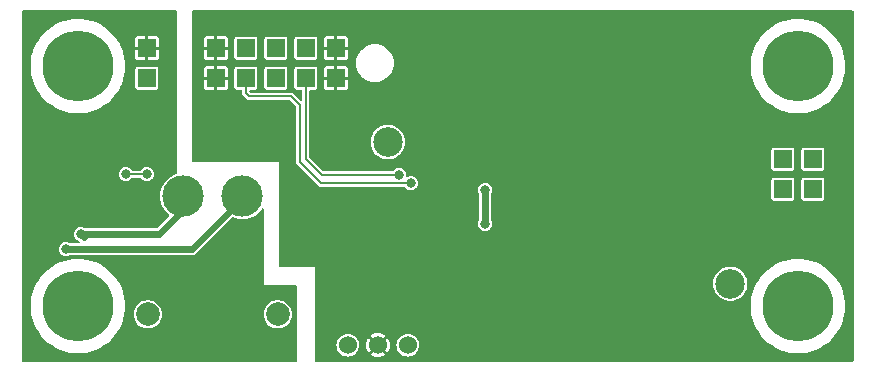
<source format=gbr>
%TF.GenerationSoftware,KiCad,Pcbnew,7.0.5.1-1-g8f565ef7f0-dirty-deb11*%
%TF.CreationDate,2023-07-21T03:29:24+00:00*%
%TF.ProjectId,VCAI2C02,56434149-3243-4303-922e-6b696361645f,rev?*%
%TF.SameCoordinates,Original*%
%TF.FileFunction,Copper,L1,Top*%
%TF.FilePolarity,Positive*%
%FSLAX46Y46*%
G04 Gerber Fmt 4.6, Leading zero omitted, Abs format (unit mm)*
G04 Created by KiCad (PCBNEW 7.0.5.1-1-g8f565ef7f0-dirty-deb11) date 2023-07-21 03:29:24*
%MOMM*%
%LPD*%
G01*
G04 APERTURE LIST*
%TA.AperFunction,ComponentPad*%
%ADD10R,1.524000X1.524000*%
%TD*%
%TA.AperFunction,ComponentPad*%
%ADD11C,6.000000*%
%TD*%
%TA.AperFunction,ComponentPad*%
%ADD12C,1.524000*%
%TD*%
%TA.AperFunction,ComponentPad*%
%ADD13C,2.500000*%
%TD*%
%TA.AperFunction,ComponentPad*%
%ADD14C,3.500000*%
%TD*%
%TA.AperFunction,ComponentPad*%
%ADD15C,2.000000*%
%TD*%
%TA.AperFunction,ViaPad*%
%ADD16C,0.800000*%
%TD*%
%TA.AperFunction,Conductor*%
%ADD17C,0.200000*%
%TD*%
%TA.AperFunction,Conductor*%
%ADD18C,0.600000*%
%TD*%
G04 APERTURE END LIST*
D10*
%TO.P,J4,1*%
%TO.N,GNDD*%
X11684000Y-1016000D03*
%TO.P,J4,2*%
X11684000Y1524000D03*
%TO.P,J4,3*%
%TO.N,/SDA*%
X14224000Y-1016000D03*
%TO.P,J4,4*%
X14224000Y1524000D03*
%TO.P,J4,5*%
%TO.N,VCC*%
X16764000Y-1016000D03*
%TO.P,J4,6*%
X16764000Y1524000D03*
%TO.P,J4,7*%
%TO.N,/SCL*%
X19304000Y-1016000D03*
%TO.P,J4,8*%
X19304000Y1524000D03*
%TO.P,J4,9*%
%TO.N,GNDD*%
X21844000Y-1016000D03*
%TO.P,J4,10*%
X21844000Y1524000D03*
%TD*%
%TO.P,J5,1*%
%TO.N,Net-(D1-Pad1)*%
X5842000Y-1016000D03*
%TO.P,J5,2*%
%TO.N,GNDPWR*%
X5842000Y1524000D03*
%TD*%
%TO.P,J6,1*%
%TO.N,Net-(J6-Pad1)*%
X59690000Y-10414000D03*
%TO.P,J6,2*%
%TO.N,+5V*%
X59690000Y-7874000D03*
%TO.P,J6,3*%
%TO.N,Net-(J6-Pad3)*%
X62230000Y-10414000D03*
%TO.P,J6,4*%
%TO.N,+5V*%
X62230000Y-7874000D03*
%TD*%
D11*
%TO.P,MH1,1*%
%TO.N,N/C*%
X60960000Y0D03*
%TD*%
%TO.P,MH2,1*%
%TO.N,N/C*%
X0Y-20320000D03*
%TD*%
%TO.P,MH3,1*%
%TO.N,N/C*%
X60960000Y-20320000D03*
%TD*%
%TO.P,MH4,1*%
%TO.N,N/C*%
X0Y0D03*
%TD*%
D12*
%TO.P,TR1,1*%
%TO.N,/Vout*%
X22860000Y-23622000D03*
%TO.P,TR1,2*%
%TO.N,GNDD*%
X25400000Y-23622000D03*
%TO.P,TR1,3*%
%TO.N,+5V*%
X27940000Y-23622000D03*
D13*
%TO.P,TR1,MP*%
%TO.N,N/C*%
X26240000Y-6422000D03*
X55240000Y-18422000D03*
%TD*%
D14*
%TO.P,J1,1*%
%TO.N,Net-(D3-Pad3)*%
X13930000Y-11002000D03*
%TO.P,J1,2*%
%TO.N,Net-(D3-Pad4)*%
X8930000Y-11002000D03*
D15*
%TO.P,J1,MP*%
%TO.N,N/C*%
X16930000Y-21002000D03*
X5930000Y-21002000D03*
%TD*%
D16*
%TO.N,GNDPWR*%
X-4064000Y-18288000D03*
X-4064000Y-13208000D03*
X9906000Y-18034000D03*
X-4064000Y-2286000D03*
X-4064000Y-7366000D03*
X9905994Y-21590000D03*
X17780000Y-19050000D03*
X7366000Y-24384002D03*
X2540000Y-24384000D03*
X17526000Y-24384000D03*
X7874000Y-6D03*
X13970000Y-18034000D03*
X-4064000Y-24384000D03*
X-4064000Y4064000D03*
X2032000Y4064000D03*
X12446000Y-24384000D03*
X13970000Y-21590000D03*
X7874000Y-4064004D03*
X7874000Y-8636000D03*
%TO.N,GNDD*%
X65024000Y-2540000D03*
X65024000Y-13208000D03*
X18034000Y-10668000D03*
X65024000Y4064000D03*
X20828000Y-19050000D03*
X20828000Y4064000D03*
X34290000Y4064000D03*
X50038000Y4125990D03*
X29464000Y-24446000D03*
X20828000Y-24384000D03*
X18033994Y-16256000D03*
X10160000Y0D03*
X65024000Y-7620000D03*
X41910004Y4064000D03*
X41910000Y-24445988D03*
X65024000Y-24446000D03*
X34798000Y-24446000D03*
X10160000Y4064000D03*
X57404000Y-24446000D03*
X10155119Y-4317061D03*
X10144298Y-7366000D03*
X12954000Y4064000D03*
X27686000Y4064000D03*
X65086000Y-18288000D03*
X50038000Y-24384000D03*
X57403994Y4064000D03*
X20828000Y-16256000D03*
%TO.N,+5V*%
X34480500Y-10468000D03*
X34480500Y-13335000D03*
%TO.N,Net-(D3-Pad3)*%
X-1016000Y-15494000D03*
%TO.N,Net-(D3-Pad4)*%
X254000Y-14224000D03*
%TO.N,/SDA*%
X28194000Y-9906000D03*
%TO.N,/SCL*%
X27178000Y-9205990D03*
%TO.N,/REFout2*%
X4064000Y-9144000D03*
X5842000Y-9144000D03*
%TD*%
D17*
%TO.N,GNDPWR*%
X-4064000Y-7619996D02*
X-4064004Y-7620000D01*
X5842000Y1524000D02*
X5842000Y3556000D01*
X14986000Y-19050000D02*
X14369999Y-18433999D01*
X13970000Y-21590000D02*
X9905994Y-21590000D01*
X-4064000Y-2286000D02*
X-4064000Y-7619996D01*
X-4318000Y-18542000D02*
X-4064000Y-18288000D01*
X-4318000Y-24130000D02*
X-4318000Y-18542000D01*
X14369999Y-18433999D02*
X13970000Y-18034000D01*
X7874000Y-8636000D02*
X7874000Y-4064004D01*
X6604000Y-24384000D02*
X7365998Y-24384000D01*
X5842000Y1524000D02*
X7366000Y1524000D01*
X17526000Y-19050000D02*
X14986000Y-19050000D01*
X7874000Y1016000D02*
X7874000Y-6D01*
X-4064000Y-24384000D02*
X-4318000Y-24130000D01*
X2032000Y4318000D02*
X2286000Y4064000D01*
X17780000Y-19304000D02*
X17526000Y-19050000D01*
X-4064000Y4064000D02*
X-3810000Y4318000D01*
X2540000Y-24384000D02*
X6604000Y-24384000D01*
X17526000Y-24384000D02*
X12446000Y-24384000D01*
X7365998Y-24384000D02*
X7366000Y-24384002D01*
X5334000Y4064000D02*
X2032000Y4064000D01*
X-3810000Y4318000D02*
X2032000Y4318000D01*
X5842000Y3556000D02*
X5334000Y4064000D01*
X7366000Y1524000D02*
X7874000Y1016000D01*
%TO.N,GNDD*%
X65024000Y-18226000D02*
X65086000Y-18288000D01*
X65024000Y-2540000D02*
X65024000Y-7620000D01*
X10144298Y-7366000D02*
X10144298Y-4327882D01*
X64770000Y4318000D02*
X57657994Y4318000D01*
X27686000Y4064000D02*
X34290000Y4064000D01*
X65024000Y-13208000D02*
X65024000Y-18226000D01*
X65024000Y-24446000D02*
X57404000Y-24446000D01*
X18034000Y-16002000D02*
X18034000Y-16255994D01*
X50038000Y-24384000D02*
X42672000Y-24384000D01*
X57657994Y4318000D02*
X57403994Y4064000D01*
X41971988Y-24384000D02*
X41910000Y-24445988D01*
X10144298Y-4327882D02*
X10155119Y-4317061D01*
X20828000Y-16256000D02*
X20828000Y-19304000D01*
X41971994Y4125990D02*
X41910004Y4064000D01*
X65024000Y4064000D02*
X64770000Y4318000D01*
X10160000Y0D02*
X10160000Y4064000D01*
X34798000Y-24446000D02*
X29464000Y-24446000D01*
X18034000Y-16255994D02*
X18033994Y-16256000D01*
X50038000Y4125990D02*
X41971994Y4125990D01*
X42672000Y-24384000D02*
X41971988Y-24384000D01*
X12954000Y4064000D02*
X20574000Y4064000D01*
X18034000Y-10668000D02*
X18034000Y-16002000D01*
D18*
%TO.N,+5V*%
X34480500Y-13335000D02*
X34480500Y-10468000D01*
%TO.N,Net-(D3-Pad3)*%
X13970000Y-11176000D02*
X13970000Y-11042000D01*
X-1016000Y-15494000D02*
X9652000Y-15494000D01*
X9652000Y-15494000D02*
X13970000Y-11176000D01*
X13970000Y-11042000D02*
X13930000Y-11002000D01*
%TO.N,Net-(D3-Pad4)*%
X6858000Y-14224000D02*
X6350000Y-14224000D01*
X8930000Y-11002000D02*
X8930000Y-12152000D01*
X6350000Y-14224000D02*
X254000Y-14224000D01*
X508000Y-14478000D02*
X254000Y-14224000D01*
X8930000Y-12152000D02*
X6858000Y-14224000D01*
D17*
%TO.N,/SDA*%
X18796000Y-3302000D02*
X18034000Y-2540000D01*
X18034000Y-2540000D02*
X14478000Y-2540000D01*
X20574000Y-9906000D02*
X18796000Y-8128000D01*
X18796000Y-8128000D02*
X18796000Y-3302000D01*
X14224000Y-2286000D02*
X14224000Y-1016000D01*
X14478000Y-2540000D02*
X14224000Y-2286000D01*
X28194000Y-9906000D02*
X20574000Y-9906000D01*
%TO.N,/SCL*%
X19304000Y-1016000D02*
X19304000Y-7874000D01*
X20635990Y-9205990D02*
X27116010Y-9205990D01*
X19304000Y-7874000D02*
X20635990Y-9205990D01*
X27116010Y-9205990D02*
X27178000Y-9144000D01*
%TO.N,/REFout2*%
X4064000Y-9144000D02*
X5842000Y-9144000D01*
%TD*%
%TA.AperFunction,Conductor*%
%TO.N,GNDD*%
G36*
X65644691Y4706593D02*
G01*
X65680655Y4657093D01*
X65685500Y4626500D01*
X65685500Y-24946500D01*
X65666593Y-25004691D01*
X65617093Y-25040655D01*
X65586500Y-25045500D01*
X20165000Y-25045500D01*
X20106809Y-25026593D01*
X20070845Y-24977093D01*
X20066000Y-24946500D01*
X20066000Y-23622003D01*
X21892843Y-23622003D01*
X21911425Y-23810678D01*
X21911426Y-23810683D01*
X21966463Y-23992115D01*
X21966465Y-23992120D01*
X22014058Y-24081159D01*
X22055838Y-24159324D01*
X22055840Y-24159326D01*
X22055841Y-24159328D01*
X22111574Y-24227238D01*
X22176117Y-24305883D01*
X22322676Y-24426162D01*
X22489885Y-24515537D01*
X22616279Y-24553877D01*
X22671316Y-24570573D01*
X22671321Y-24570574D01*
X22859997Y-24589157D01*
X22860000Y-24589157D01*
X22860003Y-24589157D01*
X23048678Y-24570574D01*
X23048683Y-24570573D01*
X23066389Y-24565202D01*
X23230115Y-24515537D01*
X23397324Y-24426162D01*
X23543883Y-24305883D01*
X23664162Y-24159324D01*
X23753537Y-23992115D01*
X23808573Y-23810683D01*
X23808574Y-23810678D01*
X23827157Y-23622003D01*
X24379084Y-23622003D01*
X24398699Y-23821166D01*
X24398700Y-23821171D01*
X24456797Y-24012688D01*
X24456799Y-24012693D01*
X24551137Y-24189188D01*
X24551138Y-24189190D01*
X24597144Y-24245248D01*
X25041976Y-23800415D01*
X25072359Y-23860045D01*
X25161955Y-23949641D01*
X25221581Y-23980022D01*
X24776750Y-24424854D01*
X24832809Y-24470861D01*
X24832811Y-24470862D01*
X25009306Y-24565200D01*
X25009311Y-24565202D01*
X25200828Y-24623299D01*
X25200833Y-24623300D01*
X25399997Y-24642916D01*
X25400003Y-24642916D01*
X25599166Y-24623300D01*
X25599171Y-24623299D01*
X25790688Y-24565202D01*
X25790693Y-24565200D01*
X25967184Y-24470865D01*
X25967190Y-24470861D01*
X26023248Y-24424854D01*
X25578417Y-23980023D01*
X25638045Y-23949641D01*
X25727641Y-23860045D01*
X25758023Y-23800417D01*
X26202854Y-24245248D01*
X26248861Y-24189190D01*
X26248865Y-24189184D01*
X26343200Y-24012693D01*
X26343202Y-24012688D01*
X26401299Y-23821171D01*
X26401300Y-23821166D01*
X26420916Y-23622003D01*
X26972843Y-23622003D01*
X26991425Y-23810678D01*
X26991426Y-23810683D01*
X27046463Y-23992115D01*
X27046465Y-23992120D01*
X27094058Y-24081159D01*
X27135838Y-24159324D01*
X27135840Y-24159326D01*
X27135841Y-24159328D01*
X27191574Y-24227238D01*
X27256117Y-24305883D01*
X27402676Y-24426162D01*
X27569885Y-24515537D01*
X27696279Y-24553877D01*
X27751316Y-24570573D01*
X27751321Y-24570574D01*
X27939997Y-24589157D01*
X27940000Y-24589157D01*
X27940003Y-24589157D01*
X28128678Y-24570574D01*
X28128683Y-24570573D01*
X28146389Y-24565202D01*
X28310115Y-24515537D01*
X28477324Y-24426162D01*
X28623883Y-24305883D01*
X28744162Y-24159324D01*
X28833537Y-23992115D01*
X28888573Y-23810683D01*
X28888574Y-23810678D01*
X28907157Y-23622003D01*
X28907157Y-23621996D01*
X28888574Y-23433321D01*
X28888573Y-23433316D01*
X28846421Y-23294359D01*
X28833537Y-23251885D01*
X28744162Y-23084676D01*
X28719655Y-23054815D01*
X28623886Y-22938121D01*
X28623883Y-22938117D01*
X28529857Y-22860951D01*
X28477328Y-22817841D01*
X28477326Y-22817840D01*
X28477324Y-22817838D01*
X28393702Y-22773141D01*
X28310120Y-22728465D01*
X28310115Y-22728463D01*
X28128683Y-22673426D01*
X28128678Y-22673425D01*
X27940003Y-22654843D01*
X27939997Y-22654843D01*
X27751321Y-22673425D01*
X27751316Y-22673426D01*
X27569884Y-22728463D01*
X27569879Y-22728465D01*
X27402681Y-22817835D01*
X27402671Y-22817841D01*
X27256121Y-22938113D01*
X27256113Y-22938121D01*
X27135841Y-23084671D01*
X27135835Y-23084681D01*
X27046465Y-23251879D01*
X27046463Y-23251884D01*
X26991426Y-23433316D01*
X26991425Y-23433321D01*
X26972843Y-23621996D01*
X26972843Y-23622003D01*
X26420916Y-23622003D01*
X26420916Y-23621996D01*
X26401300Y-23422833D01*
X26401299Y-23422828D01*
X26343202Y-23231311D01*
X26343200Y-23231306D01*
X26248862Y-23054811D01*
X26248861Y-23054809D01*
X26202854Y-22998750D01*
X25758022Y-23443581D01*
X25727641Y-23383955D01*
X25638045Y-23294359D01*
X25578415Y-23263976D01*
X26023248Y-22819144D01*
X26023249Y-22819144D01*
X25967190Y-22773138D01*
X25967188Y-22773137D01*
X25790693Y-22678799D01*
X25790688Y-22678797D01*
X25599171Y-22620700D01*
X25599166Y-22620699D01*
X25400003Y-22601084D01*
X25399997Y-22601084D01*
X25200833Y-22620699D01*
X25200828Y-22620700D01*
X25009311Y-22678797D01*
X25009306Y-22678799D01*
X24832815Y-22773135D01*
X24832805Y-22773141D01*
X24776750Y-22819144D01*
X25221582Y-23263976D01*
X25161955Y-23294359D01*
X25072359Y-23383955D01*
X25041976Y-23443582D01*
X24597144Y-22998750D01*
X24551141Y-23054805D01*
X24551135Y-23054815D01*
X24456799Y-23231306D01*
X24456797Y-23231311D01*
X24398700Y-23422828D01*
X24398699Y-23422833D01*
X24379084Y-23621996D01*
X24379084Y-23622003D01*
X23827157Y-23622003D01*
X23827157Y-23621996D01*
X23808574Y-23433321D01*
X23808573Y-23433316D01*
X23766421Y-23294359D01*
X23753537Y-23251885D01*
X23664162Y-23084676D01*
X23639655Y-23054815D01*
X23543886Y-22938121D01*
X23543883Y-22938117D01*
X23449857Y-22860951D01*
X23397328Y-22817841D01*
X23397326Y-22817840D01*
X23397324Y-22817838D01*
X23313702Y-22773141D01*
X23230120Y-22728465D01*
X23230115Y-22728463D01*
X23048683Y-22673426D01*
X23048678Y-22673425D01*
X22860003Y-22654843D01*
X22859997Y-22654843D01*
X22671321Y-22673425D01*
X22671316Y-22673426D01*
X22489884Y-22728463D01*
X22489879Y-22728465D01*
X22322681Y-22817835D01*
X22322671Y-22817841D01*
X22176121Y-22938113D01*
X22176113Y-22938121D01*
X22055841Y-23084671D01*
X22055835Y-23084681D01*
X21966465Y-23251879D01*
X21966463Y-23251884D01*
X21911426Y-23433316D01*
X21911425Y-23433321D01*
X21892843Y-23621996D01*
X21892843Y-23622003D01*
X20066000Y-23622003D01*
X20066000Y-20320000D01*
X56954675Y-20320000D01*
X56973962Y-20712591D01*
X56973962Y-20712596D01*
X56973963Y-20712601D01*
X56973963Y-20712604D01*
X57031635Y-21101399D01*
X57031635Y-21101400D01*
X57127141Y-21482681D01*
X57259561Y-21852768D01*
X57259565Y-21852779D01*
X57427621Y-22208103D01*
X57629687Y-22545229D01*
X57629692Y-22545236D01*
X57629694Y-22545239D01*
X57832836Y-22819144D01*
X57863843Y-22860952D01*
X57863849Y-22860959D01*
X58039546Y-23054811D01*
X58127808Y-23152192D01*
X58127818Y-23152201D01*
X58127822Y-23152205D01*
X58419040Y-23416150D01*
X58419049Y-23416158D01*
X58734761Y-23650306D01*
X58734765Y-23650308D01*
X58734770Y-23650312D01*
X59071896Y-23852378D01*
X59277541Y-23949641D01*
X59427228Y-24020438D01*
X59719803Y-24125122D01*
X59797318Y-24152858D01*
X60178599Y-24248364D01*
X60335183Y-24271590D01*
X60567409Y-24306038D01*
X60960000Y-24325325D01*
X61352591Y-24306038D01*
X61741400Y-24248364D01*
X62122681Y-24152858D01*
X62122684Y-24152857D01*
X62492772Y-24020438D01*
X62848097Y-23852381D01*
X62848098Y-23852380D01*
X62848103Y-23852378D01*
X63185229Y-23650312D01*
X63185229Y-23650311D01*
X63185239Y-23650306D01*
X63500951Y-23416158D01*
X63792192Y-23152192D01*
X64056158Y-22860951D01*
X64290306Y-22545239D01*
X64290312Y-22545229D01*
X64492378Y-22208103D01*
X64607772Y-21964124D01*
X64660438Y-21852772D01*
X64792857Y-21482684D01*
X64888364Y-21101400D01*
X64946038Y-20712591D01*
X64965325Y-20320000D01*
X64946038Y-19927409D01*
X64888364Y-19538600D01*
X64888364Y-19538599D01*
X64792858Y-19157318D01*
X64754459Y-19050000D01*
X64660438Y-18787228D01*
X64508014Y-18464956D01*
X64492378Y-18431896D01*
X64290312Y-18094770D01*
X64290308Y-18094765D01*
X64290306Y-18094761D01*
X64056158Y-17779049D01*
X63792192Y-17487808D01*
X63500951Y-17223842D01*
X63185239Y-16989694D01*
X63185236Y-16989692D01*
X63185229Y-16989687D01*
X62848103Y-16787621D01*
X62492779Y-16619565D01*
X62492776Y-16619563D01*
X62492772Y-16619562D01*
X62375234Y-16577506D01*
X62122681Y-16487141D01*
X61741400Y-16391635D01*
X61352602Y-16333963D01*
X61352595Y-16333962D01*
X61352591Y-16333962D01*
X60960000Y-16314675D01*
X60567409Y-16333962D01*
X60567404Y-16333962D01*
X60567398Y-16333963D01*
X60567395Y-16333963D01*
X60178600Y-16391635D01*
X60178599Y-16391635D01*
X59797318Y-16487141D01*
X59427231Y-16619561D01*
X59427220Y-16619565D01*
X59071896Y-16787621D01*
X58734770Y-16989687D01*
X58419047Y-17223843D01*
X58419040Y-17223849D01*
X58127822Y-17487794D01*
X58127794Y-17487822D01*
X57863849Y-17779040D01*
X57863843Y-17779047D01*
X57629687Y-18094770D01*
X57427621Y-18431896D01*
X57259565Y-18787220D01*
X57259561Y-18787231D01*
X57127141Y-19157318D01*
X57031635Y-19538599D01*
X57031635Y-19538600D01*
X56973963Y-19927395D01*
X56973963Y-19927398D01*
X56973962Y-19927404D01*
X56973962Y-19927409D01*
X56954675Y-20320000D01*
X20066000Y-20320000D01*
X20066000Y-18422000D01*
X53784529Y-18422000D01*
X53804379Y-18661561D01*
X53804379Y-18661562D01*
X53863047Y-18893238D01*
X53863390Y-18894591D01*
X53914520Y-19011157D01*
X53959950Y-19114727D01*
X53959953Y-19114732D01*
X54091425Y-19315964D01*
X54091427Y-19315966D01*
X54091429Y-19315969D01*
X54254236Y-19492825D01*
X54443933Y-19640472D01*
X54655344Y-19754882D01*
X54882703Y-19832934D01*
X55119808Y-19872500D01*
X55360192Y-19872500D01*
X55597297Y-19832934D01*
X55824656Y-19754882D01*
X56036067Y-19640472D01*
X56225764Y-19492825D01*
X56388571Y-19315969D01*
X56520049Y-19114728D01*
X56616610Y-18894591D01*
X56675620Y-18661563D01*
X56695471Y-18422000D01*
X56675620Y-18182437D01*
X56616610Y-17949409D01*
X56520049Y-17729272D01*
X56388571Y-17528031D01*
X56225764Y-17351175D01*
X56177811Y-17313851D01*
X56036070Y-17203530D01*
X56036067Y-17203528D01*
X55824659Y-17089119D01*
X55807796Y-17083330D01*
X55597297Y-17011066D01*
X55597294Y-17011065D01*
X55597293Y-17011065D01*
X55360192Y-16971500D01*
X55119808Y-16971500D01*
X54882706Y-17011065D01*
X54655340Y-17089119D01*
X54443932Y-17203528D01*
X54443929Y-17203530D01*
X54254239Y-17351172D01*
X54091425Y-17528035D01*
X53959953Y-17729267D01*
X53959950Y-17729272D01*
X53863388Y-17949414D01*
X53804379Y-18182437D01*
X53804379Y-18182438D01*
X53784529Y-18422000D01*
X20066000Y-18422000D01*
X20066000Y-17018001D01*
X20066000Y-17018000D01*
X20065999Y-17018000D01*
X17117000Y-17018000D01*
X17058809Y-16999093D01*
X17022845Y-16949593D01*
X17018000Y-16919000D01*
X17018000Y-13335000D01*
X33874818Y-13335000D01*
X33895455Y-13491758D01*
X33895457Y-13491766D01*
X33955962Y-13637838D01*
X33955962Y-13637839D01*
X33955964Y-13637841D01*
X34052218Y-13763282D01*
X34177659Y-13859536D01*
X34323738Y-13920044D01*
X34441309Y-13935522D01*
X34480499Y-13940682D01*
X34480500Y-13940682D01*
X34480501Y-13940682D01*
X34511852Y-13936554D01*
X34637262Y-13920044D01*
X34783341Y-13859536D01*
X34908782Y-13763282D01*
X35005036Y-13637841D01*
X35065544Y-13491762D01*
X35086182Y-13335000D01*
X35065544Y-13178238D01*
X35005036Y-13032159D01*
X35005034Y-13032154D01*
X35001455Y-13027490D01*
X34981034Y-12969814D01*
X34981000Y-12967227D01*
X34981000Y-11195746D01*
X58727500Y-11195746D01*
X58727501Y-11195758D01*
X58739132Y-11254227D01*
X58739133Y-11254231D01*
X58783448Y-11320552D01*
X58849769Y-11364867D01*
X58894231Y-11373711D01*
X58908241Y-11376498D01*
X58908246Y-11376498D01*
X58908252Y-11376500D01*
X58908253Y-11376500D01*
X60471747Y-11376500D01*
X60471748Y-11376500D01*
X60530231Y-11364867D01*
X60596552Y-11320552D01*
X60640867Y-11254231D01*
X60652500Y-11195748D01*
X60652500Y-11195746D01*
X61267500Y-11195746D01*
X61267501Y-11195758D01*
X61279132Y-11254227D01*
X61279133Y-11254231D01*
X61323448Y-11320552D01*
X61389769Y-11364867D01*
X61434231Y-11373711D01*
X61448241Y-11376498D01*
X61448246Y-11376498D01*
X61448252Y-11376500D01*
X61448253Y-11376500D01*
X63011747Y-11376500D01*
X63011748Y-11376500D01*
X63070231Y-11364867D01*
X63136552Y-11320552D01*
X63180867Y-11254231D01*
X63192500Y-11195748D01*
X63192500Y-9632252D01*
X63180867Y-9573769D01*
X63136552Y-9507448D01*
X63136548Y-9507445D01*
X63070233Y-9463134D01*
X63070231Y-9463133D01*
X63070228Y-9463132D01*
X63070227Y-9463132D01*
X63011758Y-9451501D01*
X63011748Y-9451500D01*
X61448252Y-9451500D01*
X61448251Y-9451500D01*
X61448241Y-9451501D01*
X61389772Y-9463132D01*
X61389766Y-9463134D01*
X61323451Y-9507445D01*
X61323445Y-9507451D01*
X61279134Y-9573766D01*
X61279132Y-9573772D01*
X61267501Y-9632241D01*
X61267500Y-9632253D01*
X61267500Y-11195746D01*
X60652500Y-11195746D01*
X60652500Y-9632252D01*
X60640867Y-9573769D01*
X60596552Y-9507448D01*
X60596548Y-9507445D01*
X60530233Y-9463134D01*
X60530231Y-9463133D01*
X60530228Y-9463132D01*
X60530227Y-9463132D01*
X60471758Y-9451501D01*
X60471748Y-9451500D01*
X58908252Y-9451500D01*
X58908251Y-9451500D01*
X58908241Y-9451501D01*
X58849772Y-9463132D01*
X58849766Y-9463134D01*
X58783451Y-9507445D01*
X58783445Y-9507451D01*
X58739134Y-9573766D01*
X58739132Y-9573772D01*
X58727501Y-9632241D01*
X58727500Y-9632253D01*
X58727500Y-11195746D01*
X34981000Y-11195746D01*
X34981000Y-10835771D01*
X34999907Y-10777580D01*
X35001460Y-10775501D01*
X35005036Y-10770841D01*
X35065544Y-10624762D01*
X35086182Y-10468000D01*
X35065544Y-10311238D01*
X35024181Y-10211378D01*
X35005037Y-10165161D01*
X35005037Y-10165160D01*
X34908786Y-10039723D01*
X34908785Y-10039722D01*
X34908782Y-10039718D01*
X34908777Y-10039714D01*
X34908776Y-10039713D01*
X34783338Y-9943462D01*
X34637266Y-9882957D01*
X34637258Y-9882955D01*
X34480501Y-9862318D01*
X34480499Y-9862318D01*
X34323741Y-9882955D01*
X34323733Y-9882957D01*
X34177661Y-9943462D01*
X34177660Y-9943462D01*
X34052223Y-10039713D01*
X34052213Y-10039723D01*
X33955962Y-10165160D01*
X33955962Y-10165161D01*
X33895457Y-10311233D01*
X33895455Y-10311241D01*
X33874818Y-10467999D01*
X33874818Y-10468000D01*
X33895455Y-10624758D01*
X33895457Y-10624766D01*
X33955962Y-10770838D01*
X33955963Y-10770839D01*
X33955964Y-10770841D01*
X33959540Y-10775501D01*
X33979966Y-10833176D01*
X33980000Y-10835771D01*
X33980000Y-12967227D01*
X33961093Y-13025418D01*
X33959545Y-13027490D01*
X33955965Y-13032154D01*
X33895457Y-13178236D01*
X33895455Y-13178241D01*
X33874818Y-13334999D01*
X33874818Y-13335000D01*
X17018000Y-13335000D01*
X17018000Y-8128001D01*
X17018000Y-8128000D01*
X17017999Y-8128000D01*
X9751000Y-8128000D01*
X9692809Y-8109093D01*
X9656845Y-8059593D01*
X9652000Y-8029000D01*
X9652000Y-888999D01*
X10668000Y-888999D01*
X10668001Y-889000D01*
X11257056Y-889000D01*
X11235736Y-982407D01*
X11245749Y-1116028D01*
X11256335Y-1143000D01*
X10668002Y-1143000D01*
X10668001Y-1143001D01*
X10668001Y-1803022D01*
X10682736Y-1877104D01*
X10682737Y-1877107D01*
X10738874Y-1961121D01*
X10738878Y-1961125D01*
X10822893Y-2017263D01*
X10896981Y-2031999D01*
X11556998Y-2031999D01*
X11557000Y-2031997D01*
X11557000Y-1441991D01*
X11617002Y-1460500D01*
X11717312Y-1460500D01*
X11811000Y-1446378D01*
X11811000Y-2031998D01*
X11811001Y-2031999D01*
X12471012Y-2031999D01*
X12471022Y-2031998D01*
X12545104Y-2017263D01*
X12545107Y-2017262D01*
X12629121Y-1961125D01*
X12629125Y-1961121D01*
X12685263Y-1877106D01*
X12699999Y-1803019D01*
X12700000Y-1803016D01*
X12700000Y-1797746D01*
X13261500Y-1797746D01*
X13261501Y-1797758D01*
X13273132Y-1856227D01*
X13273134Y-1856233D01*
X13317445Y-1922548D01*
X13317448Y-1922552D01*
X13383769Y-1966867D01*
X13428231Y-1975711D01*
X13442241Y-1978498D01*
X13442246Y-1978498D01*
X13442252Y-1978500D01*
X13824500Y-1978500D01*
X13882691Y-1997407D01*
X13918655Y-2046907D01*
X13923500Y-2077500D01*
X13923500Y-2220835D01*
X13921280Y-2234513D01*
X13922494Y-2234683D01*
X13921226Y-2243766D01*
X13923447Y-2291783D01*
X13923500Y-2294069D01*
X13923500Y-2313842D01*
X13924152Y-2317332D01*
X13924943Y-2324149D01*
X13926414Y-2355987D01*
X13926415Y-2355994D01*
X13930384Y-2364982D01*
X13937133Y-2386773D01*
X13938939Y-2396433D01*
X13955717Y-2423533D01*
X13958915Y-2429600D01*
X13971793Y-2458763D01*
X13971794Y-2458765D01*
X13978745Y-2465716D01*
X13992907Y-2483596D01*
X13998081Y-2491952D01*
X14023511Y-2511156D01*
X14028690Y-2515662D01*
X14219436Y-2706407D01*
X14227537Y-2717647D01*
X14228516Y-2716909D01*
X14234044Y-2724230D01*
X14269569Y-2756616D01*
X14271223Y-2758195D01*
X14285201Y-2772172D01*
X14285203Y-2772174D01*
X14288128Y-2774178D01*
X14293505Y-2778437D01*
X14317064Y-2799914D01*
X14317065Y-2799914D01*
X14317067Y-2799916D01*
X14326230Y-2803466D01*
X14346416Y-2814105D01*
X14354519Y-2819656D01*
X14385553Y-2826955D01*
X14392090Y-2828979D01*
X14421827Y-2840500D01*
X14431652Y-2840500D01*
X14454316Y-2843129D01*
X14463881Y-2845379D01*
X14488494Y-2841945D01*
X14495453Y-2840975D01*
X14502299Y-2840500D01*
X17868521Y-2840500D01*
X17926712Y-2859407D01*
X17938525Y-2869496D01*
X18466504Y-3397474D01*
X18494281Y-3451991D01*
X18495500Y-3467478D01*
X18495500Y-8062835D01*
X18493280Y-8076513D01*
X18494494Y-8076683D01*
X18493226Y-8085766D01*
X18494305Y-8109093D01*
X18495179Y-8128001D01*
X18495447Y-8133783D01*
X18495500Y-8136069D01*
X18495500Y-8155842D01*
X18496152Y-8159332D01*
X18496943Y-8166149D01*
X18498414Y-8197987D01*
X18498415Y-8197994D01*
X18502384Y-8206982D01*
X18509133Y-8228773D01*
X18510939Y-8238433D01*
X18527717Y-8265533D01*
X18530915Y-8271600D01*
X18543793Y-8300763D01*
X18543794Y-8300765D01*
X18550745Y-8307716D01*
X18564907Y-8325596D01*
X18570081Y-8333952D01*
X18595511Y-8353156D01*
X18600690Y-8357662D01*
X20315436Y-10072407D01*
X20323537Y-10083647D01*
X20324516Y-10082909D01*
X20330044Y-10090230D01*
X20365569Y-10122616D01*
X20367223Y-10124195D01*
X20381201Y-10138172D01*
X20381203Y-10138174D01*
X20384128Y-10140178D01*
X20389505Y-10144437D01*
X20413063Y-10165913D01*
X20413064Y-10165913D01*
X20413067Y-10165916D01*
X20422233Y-10169467D01*
X20442412Y-10180103D01*
X20450520Y-10185657D01*
X20481558Y-10192957D01*
X20488096Y-10194982D01*
X20517827Y-10206500D01*
X20527652Y-10206500D01*
X20550316Y-10209129D01*
X20559881Y-10211379D01*
X20584494Y-10207945D01*
X20591453Y-10206975D01*
X20598299Y-10206500D01*
X27618846Y-10206500D01*
X27677037Y-10225407D01*
X27697388Y-10245233D01*
X27748038Y-10311241D01*
X27765718Y-10334282D01*
X27891159Y-10430536D01*
X27891160Y-10430536D01*
X27891161Y-10430537D01*
X27981605Y-10468000D01*
X28037238Y-10491044D01*
X28154809Y-10506522D01*
X28193999Y-10511682D01*
X28194000Y-10511682D01*
X28194001Y-10511682D01*
X28225352Y-10507554D01*
X28350762Y-10491044D01*
X28496841Y-10430536D01*
X28622282Y-10334282D01*
X28718536Y-10208841D01*
X28779044Y-10062762D01*
X28799682Y-9906000D01*
X28779044Y-9749238D01*
X28718537Y-9603161D01*
X28718537Y-9603160D01*
X28622286Y-9477723D01*
X28622285Y-9477722D01*
X28622282Y-9477718D01*
X28622277Y-9477714D01*
X28622276Y-9477713D01*
X28496838Y-9381462D01*
X28350766Y-9320957D01*
X28350758Y-9320955D01*
X28194001Y-9300318D01*
X28193999Y-9300318D01*
X28037241Y-9320955D01*
X28037232Y-9320957D01*
X27911468Y-9373050D01*
X27850471Y-9377850D01*
X27798302Y-9345881D01*
X27774888Y-9289353D01*
X27775429Y-9268672D01*
X27783682Y-9205990D01*
X27763044Y-9049228D01*
X27763042Y-9049223D01*
X27702537Y-8903151D01*
X27702537Y-8903150D01*
X27606286Y-8777713D01*
X27606285Y-8777712D01*
X27606282Y-8777708D01*
X27606277Y-8777704D01*
X27606276Y-8777703D01*
X27535104Y-8723091D01*
X27480841Y-8681454D01*
X27480840Y-8681453D01*
X27480838Y-8681452D01*
X27418778Y-8655746D01*
X58727500Y-8655746D01*
X58727501Y-8655758D01*
X58739132Y-8714227D01*
X58739134Y-8714233D01*
X58781551Y-8777713D01*
X58783448Y-8780552D01*
X58849769Y-8824867D01*
X58894231Y-8833711D01*
X58908241Y-8836498D01*
X58908246Y-8836498D01*
X58908252Y-8836500D01*
X58908253Y-8836500D01*
X60471747Y-8836500D01*
X60471748Y-8836500D01*
X60530231Y-8824867D01*
X60596552Y-8780552D01*
X60640867Y-8714231D01*
X60652500Y-8655748D01*
X60652500Y-8655746D01*
X61267500Y-8655746D01*
X61267501Y-8655758D01*
X61279132Y-8714227D01*
X61279134Y-8714233D01*
X61321551Y-8777713D01*
X61323448Y-8780552D01*
X61389769Y-8824867D01*
X61434231Y-8833711D01*
X61448241Y-8836498D01*
X61448246Y-8836498D01*
X61448252Y-8836500D01*
X61448253Y-8836500D01*
X63011747Y-8836500D01*
X63011748Y-8836500D01*
X63070231Y-8824867D01*
X63136552Y-8780552D01*
X63180867Y-8714231D01*
X63192500Y-8655748D01*
X63192500Y-7092252D01*
X63180867Y-7033769D01*
X63136552Y-6967448D01*
X63136548Y-6967445D01*
X63070233Y-6923134D01*
X63070231Y-6923133D01*
X63070228Y-6923132D01*
X63070227Y-6923132D01*
X63011758Y-6911501D01*
X63011748Y-6911500D01*
X61448252Y-6911500D01*
X61448251Y-6911500D01*
X61448241Y-6911501D01*
X61389772Y-6923132D01*
X61389766Y-6923134D01*
X61323451Y-6967445D01*
X61323445Y-6967451D01*
X61279134Y-7033766D01*
X61279132Y-7033772D01*
X61267501Y-7092241D01*
X61267500Y-7092253D01*
X61267500Y-8655746D01*
X60652500Y-8655746D01*
X60652500Y-7092252D01*
X60640867Y-7033769D01*
X60596552Y-6967448D01*
X60596548Y-6967445D01*
X60530233Y-6923134D01*
X60530231Y-6923133D01*
X60530228Y-6923132D01*
X60530227Y-6923132D01*
X60471758Y-6911501D01*
X60471748Y-6911500D01*
X58908252Y-6911500D01*
X58908251Y-6911500D01*
X58908241Y-6911501D01*
X58849772Y-6923132D01*
X58849766Y-6923134D01*
X58783451Y-6967445D01*
X58783445Y-6967451D01*
X58739134Y-7033766D01*
X58739132Y-7033772D01*
X58727501Y-7092241D01*
X58727500Y-7092253D01*
X58727500Y-8655746D01*
X27418778Y-8655746D01*
X27334766Y-8620947D01*
X27334758Y-8620945D01*
X27178001Y-8600308D01*
X27177999Y-8600308D01*
X27021241Y-8620945D01*
X27021233Y-8620947D01*
X26875161Y-8681452D01*
X26875160Y-8681452D01*
X26749723Y-8777703D01*
X26749713Y-8777713D01*
X26681388Y-8866757D01*
X26630963Y-8901413D01*
X26602846Y-8905490D01*
X20801470Y-8905490D01*
X20743279Y-8886583D01*
X20731466Y-8876494D01*
X19633496Y-7778524D01*
X19605719Y-7724007D01*
X19604500Y-7708520D01*
X19604500Y-6422000D01*
X24784529Y-6422000D01*
X24804379Y-6661561D01*
X24804379Y-6661562D01*
X24863388Y-6894585D01*
X24863390Y-6894591D01*
X24914520Y-7011157D01*
X24959950Y-7114727D01*
X24959953Y-7114732D01*
X25091425Y-7315964D01*
X25091427Y-7315966D01*
X25091429Y-7315969D01*
X25254236Y-7492825D01*
X25443933Y-7640472D01*
X25569675Y-7708520D01*
X25645450Y-7749528D01*
X25655344Y-7754882D01*
X25882703Y-7832934D01*
X26119808Y-7872500D01*
X26360192Y-7872500D01*
X26597297Y-7832934D01*
X26824656Y-7754882D01*
X27036067Y-7640472D01*
X27225764Y-7492825D01*
X27388571Y-7315969D01*
X27520049Y-7114728D01*
X27616610Y-6894591D01*
X27675620Y-6661563D01*
X27695471Y-6422000D01*
X27675620Y-6182437D01*
X27616610Y-5949409D01*
X27520049Y-5729272D01*
X27388571Y-5528031D01*
X27225764Y-5351175D01*
X27036067Y-5203528D01*
X27036066Y-5203527D01*
X26824659Y-5089119D01*
X26807796Y-5083330D01*
X26597297Y-5011066D01*
X26597294Y-5011065D01*
X26597293Y-5011065D01*
X26360192Y-4971500D01*
X26119808Y-4971500D01*
X25882706Y-5011065D01*
X25655340Y-5089119D01*
X25443932Y-5203528D01*
X25443929Y-5203530D01*
X25254239Y-5351172D01*
X25091425Y-5528035D01*
X24959953Y-5729267D01*
X24959950Y-5729272D01*
X24863388Y-5949414D01*
X24804379Y-6182437D01*
X24804379Y-6182438D01*
X24784529Y-6422000D01*
X19604500Y-6422000D01*
X19604500Y-2077500D01*
X19623407Y-2019309D01*
X19672907Y-1983345D01*
X19703500Y-1978500D01*
X20085747Y-1978500D01*
X20085748Y-1978500D01*
X20144231Y-1966867D01*
X20210552Y-1922552D01*
X20254867Y-1856231D01*
X20266500Y-1797748D01*
X20266500Y-888998D01*
X20828000Y-888998D01*
X20828001Y-889000D01*
X21417056Y-889000D01*
X21395736Y-982407D01*
X21405749Y-1116028D01*
X21416335Y-1143000D01*
X20828001Y-1143000D01*
X20828001Y-1803022D01*
X20842736Y-1877104D01*
X20842737Y-1877107D01*
X20898874Y-1961121D01*
X20898878Y-1961125D01*
X20982893Y-2017263D01*
X21056981Y-2031999D01*
X21716998Y-2031999D01*
X21717000Y-2031998D01*
X21717000Y-1441991D01*
X21777002Y-1460500D01*
X21877312Y-1460500D01*
X21971000Y-1446378D01*
X21971000Y-2031998D01*
X21971001Y-2031999D01*
X22631012Y-2031999D01*
X22631022Y-2031998D01*
X22705104Y-2017263D01*
X22705107Y-2017262D01*
X22789121Y-1961125D01*
X22789125Y-1961121D01*
X22845263Y-1877106D01*
X22859999Y-1803019D01*
X22860000Y-1803016D01*
X22860000Y-1143000D01*
X22270944Y-1143000D01*
X22292264Y-1049593D01*
X22282251Y-915972D01*
X22271665Y-889000D01*
X22859998Y-889000D01*
X22859999Y-888999D01*
X22859999Y-228987D01*
X22859998Y-228977D01*
X22845263Y-154895D01*
X22845262Y-154892D01*
X22789125Y-70878D01*
X22789121Y-70874D01*
X22705106Y-14736D01*
X22631019Y0D01*
X21971000Y0D01*
X21971000Y-590008D01*
X21910998Y-571500D01*
X21810688Y-571500D01*
X21717000Y-585621D01*
X21717000Y-1D01*
X21716999Y0D01*
X21056986Y0D01*
X21056977Y-1D01*
X20982895Y-14736D01*
X20982892Y-14737D01*
X20898878Y-70874D01*
X20898874Y-70878D01*
X20842736Y-154893D01*
X20828000Y-228980D01*
X20828000Y-888998D01*
X20266500Y-888998D01*
X20266500Y-234252D01*
X20254867Y-175769D01*
X20210552Y-109448D01*
X20152823Y-70874D01*
X20144233Y-65134D01*
X20144231Y-65133D01*
X20144228Y-65132D01*
X20144227Y-65132D01*
X20085758Y-53501D01*
X20085748Y-53500D01*
X18522252Y-53500D01*
X18522251Y-53500D01*
X18522241Y-53501D01*
X18463772Y-65132D01*
X18463766Y-65134D01*
X18397451Y-109445D01*
X18397445Y-109451D01*
X18353134Y-175766D01*
X18353132Y-175772D01*
X18341501Y-234241D01*
X18341500Y-234253D01*
X18341500Y-1797746D01*
X18341501Y-1797758D01*
X18353132Y-1856227D01*
X18353134Y-1856233D01*
X18397445Y-1922548D01*
X18397448Y-1922552D01*
X18463769Y-1966867D01*
X18508231Y-1975711D01*
X18522241Y-1978498D01*
X18522246Y-1978498D01*
X18522252Y-1978500D01*
X18904500Y-1978500D01*
X18962691Y-1997407D01*
X18998655Y-2046907D01*
X19003500Y-2077500D01*
X19003500Y-2845520D01*
X18984593Y-2903711D01*
X18935093Y-2939675D01*
X18873907Y-2939675D01*
X18834496Y-2915524D01*
X18292565Y-2373594D01*
X18284479Y-2362344D01*
X18283487Y-2363094D01*
X18277958Y-2355772D01*
X18242423Y-2323377D01*
X18240775Y-2321804D01*
X18226797Y-2307826D01*
X18223859Y-2305813D01*
X18218496Y-2301564D01*
X18194933Y-2280084D01*
X18185762Y-2276531D01*
X18165586Y-2265895D01*
X18157484Y-2260345D01*
X18157479Y-2260343D01*
X18126457Y-2253046D01*
X18119902Y-2251016D01*
X18090177Y-2239501D01*
X18090174Y-2239500D01*
X18090173Y-2239500D01*
X18090172Y-2239500D01*
X18080348Y-2239500D01*
X18057683Y-2236870D01*
X18048119Y-2234621D01*
X18048118Y-2234621D01*
X18016547Y-2239025D01*
X18009701Y-2239500D01*
X14643479Y-2239500D01*
X14585288Y-2220593D01*
X14573475Y-2210504D01*
X14553496Y-2190525D01*
X14525719Y-2136008D01*
X14524500Y-2120521D01*
X14524500Y-2077500D01*
X14543407Y-2019309D01*
X14592907Y-1983345D01*
X14623500Y-1978500D01*
X15005747Y-1978500D01*
X15005748Y-1978500D01*
X15064231Y-1966867D01*
X15130552Y-1922552D01*
X15174867Y-1856231D01*
X15186500Y-1797748D01*
X15186500Y-1797746D01*
X15801500Y-1797746D01*
X15801501Y-1797758D01*
X15813132Y-1856227D01*
X15813134Y-1856233D01*
X15857445Y-1922548D01*
X15857448Y-1922552D01*
X15923769Y-1966867D01*
X15968231Y-1975711D01*
X15982241Y-1978498D01*
X15982246Y-1978498D01*
X15982252Y-1978500D01*
X15982253Y-1978500D01*
X17545747Y-1978500D01*
X17545748Y-1978500D01*
X17604231Y-1966867D01*
X17670552Y-1922552D01*
X17714867Y-1856231D01*
X17726500Y-1797748D01*
X17726500Y-234252D01*
X17714867Y-175769D01*
X17670552Y-109448D01*
X17612823Y-70874D01*
X17604233Y-65134D01*
X17604231Y-65133D01*
X17604228Y-65132D01*
X17604227Y-65132D01*
X17545758Y-53501D01*
X17545748Y-53500D01*
X15982252Y-53500D01*
X15982251Y-53500D01*
X15982241Y-53501D01*
X15923772Y-65132D01*
X15923766Y-65134D01*
X15857451Y-109445D01*
X15857445Y-109451D01*
X15813134Y-175766D01*
X15813132Y-175772D01*
X15801501Y-234241D01*
X15801500Y-234253D01*
X15801500Y-1797746D01*
X15186500Y-1797746D01*
X15186500Y-234252D01*
X15174867Y-175769D01*
X15130552Y-109448D01*
X15072823Y-70874D01*
X15064233Y-65134D01*
X15064231Y-65133D01*
X15064228Y-65132D01*
X15064227Y-65132D01*
X15005758Y-53501D01*
X15005748Y-53500D01*
X13442252Y-53500D01*
X13442251Y-53500D01*
X13442241Y-53501D01*
X13383772Y-65132D01*
X13383766Y-65134D01*
X13317451Y-109445D01*
X13317445Y-109451D01*
X13273134Y-175766D01*
X13273132Y-175772D01*
X13261501Y-234241D01*
X13261500Y-234253D01*
X13261500Y-1797746D01*
X12700000Y-1797746D01*
X12700000Y-1143000D01*
X12110944Y-1143000D01*
X12132264Y-1049593D01*
X12122251Y-915972D01*
X12111665Y-889000D01*
X12699998Y-889000D01*
X12699999Y-888998D01*
X12699999Y-228987D01*
X12699998Y-228977D01*
X12685263Y-154895D01*
X12685262Y-154892D01*
X12629125Y-70878D01*
X12629121Y-70874D01*
X12545106Y-14736D01*
X12471019Y0D01*
X11811000Y0D01*
X11811000Y-590008D01*
X11750998Y-571500D01*
X11650688Y-571500D01*
X11557000Y-585621D01*
X11557000Y0D01*
X10896986Y0D01*
X10896977Y-1D01*
X10822895Y-14736D01*
X10822892Y-14737D01*
X10738878Y-70874D01*
X10738874Y-70878D01*
X10682736Y-154893D01*
X10668000Y-228980D01*
X10668000Y-888999D01*
X9652000Y-888999D01*
X9652000Y254000D01*
X23540551Y254000D01*
X23560316Y2853D01*
X23619127Y-242113D01*
X23715532Y-474856D01*
X23715535Y-474862D01*
X23847162Y-689656D01*
X23847168Y-689664D01*
X23985621Y-851772D01*
X24010776Y-881224D01*
X24010782Y-881229D01*
X24010785Y-881232D01*
X24129246Y-982407D01*
X24202341Y-1044836D01*
X24202343Y-1044837D01*
X24417137Y-1176464D01*
X24417143Y-1176467D01*
X24649887Y-1272872D01*
X24649889Y-1272873D01*
X24894852Y-1331683D01*
X25083118Y-1346500D01*
X25083125Y-1346500D01*
X25208875Y-1346500D01*
X25208882Y-1346500D01*
X25397148Y-1331683D01*
X25642111Y-1272873D01*
X25874859Y-1176466D01*
X26089659Y-1044836D01*
X26281224Y-881224D01*
X26444836Y-689659D01*
X26576466Y-474859D01*
X26672873Y-242111D01*
X26730998Y0D01*
X56954675Y0D01*
X56973962Y-392591D01*
X56973962Y-392596D01*
X56973963Y-392601D01*
X56973963Y-392604D01*
X57031635Y-781399D01*
X57031635Y-781400D01*
X57127141Y-1162681D01*
X57259561Y-1532768D01*
X57259565Y-1532779D01*
X57427621Y-1888103D01*
X57629687Y-2225229D01*
X57629692Y-2225236D01*
X57629694Y-2225239D01*
X57863842Y-2540951D01*
X57863843Y-2540952D01*
X57863849Y-2540959D01*
X58123059Y-2826953D01*
X58127808Y-2832192D01*
X58127818Y-2832201D01*
X58127822Y-2832205D01*
X58403580Y-3082138D01*
X58419049Y-3096158D01*
X58734761Y-3330306D01*
X58734765Y-3330308D01*
X58734770Y-3330312D01*
X59071896Y-3532378D01*
X59281415Y-3631473D01*
X59427228Y-3700438D01*
X59719803Y-3805122D01*
X59797318Y-3832858D01*
X60178599Y-3928364D01*
X60335183Y-3951590D01*
X60567409Y-3986038D01*
X60960000Y-4005325D01*
X61352591Y-3986038D01*
X61741400Y-3928364D01*
X62122681Y-3832858D01*
X62122684Y-3832857D01*
X62492772Y-3700438D01*
X62848097Y-3532381D01*
X62848098Y-3532380D01*
X62848103Y-3532378D01*
X63185229Y-3330312D01*
X63185229Y-3330311D01*
X63185239Y-3330306D01*
X63500951Y-3096158D01*
X63792192Y-2832192D01*
X64056158Y-2540951D01*
X64290306Y-2225239D01*
X64353072Y-2120521D01*
X64492378Y-1888103D01*
X64497580Y-1877104D01*
X64660438Y-1532772D01*
X64792857Y-1162684D01*
X64797788Y-1143001D01*
X64888364Y-781400D01*
X64888364Y-781399D01*
X64919500Y-571500D01*
X64946038Y-392591D01*
X64965325Y0D01*
X64946038Y392591D01*
X64888364Y781400D01*
X64809949Y1094450D01*
X64792858Y1162681D01*
X64763859Y1243728D01*
X64660438Y1532772D01*
X64492381Y1888097D01*
X64492380Y1888098D01*
X64492378Y1888103D01*
X64290312Y2225229D01*
X64290311Y2225229D01*
X64290306Y2225239D01*
X64056158Y2540951D01*
X63792192Y2832192D01*
X63500951Y3096158D01*
X63185239Y3330306D01*
X63185229Y3330312D01*
X62848103Y3532378D01*
X62848097Y3532381D01*
X62492772Y3700438D01*
X62122684Y3832857D01*
X62122683Y3832857D01*
X62122681Y3832858D01*
X61741400Y3928364D01*
X61352591Y3986038D01*
X60960000Y4005325D01*
X60567409Y3986038D01*
X60567396Y3986036D01*
X60567395Y3986036D01*
X60178600Y3928364D01*
X60178599Y3928364D01*
X59797318Y3832858D01*
X59719803Y3805122D01*
X59427228Y3700438D01*
X59427220Y3700434D01*
X59071896Y3532378D01*
X58734770Y3330312D01*
X58734765Y3330308D01*
X58734761Y3330306D01*
X58419049Y3096158D01*
X58127808Y2832192D01*
X57863842Y2540951D01*
X57748260Y2385106D01*
X57629687Y2225229D01*
X57427621Y1888103D01*
X57259565Y1532779D01*
X57259561Y1532768D01*
X57127141Y1162681D01*
X57031635Y781400D01*
X57031635Y781399D01*
X56973963Y392604D01*
X56973963Y392601D01*
X56973962Y392591D01*
X56954675Y0D01*
X26730998Y0D01*
X26731683Y2852D01*
X26751449Y254000D01*
X26731683Y505148D01*
X26672873Y750111D01*
X26576466Y982859D01*
X26444836Y1197659D01*
X26281224Y1389224D01*
X26089659Y1552836D01*
X25874859Y1684466D01*
X25642111Y1780873D01*
X25397148Y1839683D01*
X25208882Y1854500D01*
X25083118Y1854500D01*
X24894852Y1839683D01*
X24649889Y1780873D01*
X24649887Y1780872D01*
X24649886Y1780872D01*
X24417143Y1684467D01*
X24417137Y1684464D01*
X24318515Y1624028D01*
X24202341Y1552836D01*
X24202336Y1552831D01*
X24202335Y1552831D01*
X24019881Y1397000D01*
X24010776Y1389224D01*
X24010770Y1389217D01*
X24010767Y1389214D01*
X23847168Y1197664D01*
X23847162Y1197656D01*
X23715535Y982862D01*
X23715532Y982856D01*
X23619127Y750113D01*
X23560316Y505146D01*
X23540551Y254000D01*
X9652000Y254000D01*
X9652000Y1651001D01*
X10668000Y1651001D01*
X10668001Y1651000D01*
X11257056Y1651000D01*
X11235736Y1557593D01*
X11245749Y1423972D01*
X11256335Y1397000D01*
X10668002Y1397000D01*
X10668001Y1396998D01*
X10668001Y736977D01*
X10682736Y662895D01*
X10682737Y662892D01*
X10738874Y578878D01*
X10738878Y578874D01*
X10822893Y522736D01*
X10896980Y508000D01*
X11556999Y508000D01*
X11557000Y508001D01*
X11557000Y1098008D01*
X11617002Y1079500D01*
X11717312Y1079500D01*
X11811000Y1093621D01*
X11811000Y508000D01*
X12471013Y508000D01*
X12471022Y508001D01*
X12545104Y522736D01*
X12545107Y522737D01*
X12629121Y578874D01*
X12629125Y578878D01*
X12685263Y662893D01*
X12699999Y736980D01*
X12700000Y736983D01*
X12700000Y742253D01*
X13261500Y742253D01*
X13261501Y742241D01*
X13273132Y683772D01*
X13273134Y683766D01*
X13317445Y617451D01*
X13317451Y617445D01*
X13383766Y573134D01*
X13383772Y573132D01*
X13442241Y561501D01*
X13442251Y561500D01*
X13442252Y561500D01*
X13442253Y561500D01*
X15005747Y561500D01*
X15005748Y561500D01*
X15005758Y561501D01*
X15064227Y573132D01*
X15064228Y573132D01*
X15064231Y573133D01*
X15064233Y573134D01*
X15130548Y617445D01*
X15130552Y617448D01*
X15174867Y683769D01*
X15186500Y742252D01*
X15186500Y742253D01*
X15801500Y742253D01*
X15801501Y742241D01*
X15813132Y683772D01*
X15813134Y683766D01*
X15857445Y617451D01*
X15857451Y617445D01*
X15923766Y573134D01*
X15923772Y573132D01*
X15982241Y561501D01*
X15982251Y561500D01*
X15982252Y561500D01*
X15982253Y561500D01*
X17545747Y561500D01*
X17545748Y561500D01*
X17545758Y561501D01*
X17604227Y573132D01*
X17604228Y573132D01*
X17604231Y573133D01*
X17604233Y573134D01*
X17670548Y617445D01*
X17670552Y617448D01*
X17714867Y683769D01*
X17726500Y742252D01*
X17726500Y742253D01*
X18341500Y742253D01*
X18341501Y742241D01*
X18353132Y683772D01*
X18353134Y683766D01*
X18397445Y617451D01*
X18397451Y617445D01*
X18463766Y573134D01*
X18463772Y573132D01*
X18522241Y561501D01*
X18522251Y561500D01*
X18522252Y561500D01*
X18522253Y561500D01*
X20085747Y561500D01*
X20085748Y561500D01*
X20085758Y561501D01*
X20144227Y573132D01*
X20144228Y573132D01*
X20144231Y573133D01*
X20144233Y573134D01*
X20210548Y617445D01*
X20210552Y617448D01*
X20254867Y683769D01*
X20266500Y742252D01*
X20266500Y1651001D01*
X20828000Y1651001D01*
X20828001Y1651000D01*
X21417056Y1651000D01*
X21395736Y1557593D01*
X21405749Y1423972D01*
X21416335Y1397000D01*
X20828002Y1397000D01*
X20828001Y1396998D01*
X20828001Y736977D01*
X20842736Y662895D01*
X20842737Y662892D01*
X20898874Y578878D01*
X20898878Y578874D01*
X20982893Y522736D01*
X21056980Y508000D01*
X21716999Y508000D01*
X21717000Y508001D01*
X21717000Y1098008D01*
X21777002Y1079500D01*
X21877312Y1079500D01*
X21971000Y1093621D01*
X21971000Y508000D01*
X22631013Y508000D01*
X22631022Y508001D01*
X22705104Y522736D01*
X22705107Y522737D01*
X22789121Y578874D01*
X22789125Y578878D01*
X22845263Y662893D01*
X22859999Y736980D01*
X22860000Y736983D01*
X22860000Y1396999D01*
X22859999Y1397000D01*
X22270944Y1397000D01*
X22292264Y1490407D01*
X22282251Y1624028D01*
X22271665Y1651000D01*
X22859998Y1651000D01*
X22859999Y1651001D01*
X22859999Y2311012D01*
X22859998Y2311022D01*
X22845263Y2385104D01*
X22845262Y2385107D01*
X22789125Y2469121D01*
X22789121Y2469125D01*
X22705106Y2525263D01*
X22631018Y2539999D01*
X21971001Y2539999D01*
X21971000Y2539998D01*
X21971000Y1949991D01*
X21910998Y1968500D01*
X21810688Y1968500D01*
X21717000Y1954378D01*
X21717000Y2539998D01*
X21716999Y2539999D01*
X21056988Y2539999D01*
X21056977Y2539998D01*
X20982895Y2525263D01*
X20982892Y2525262D01*
X20898878Y2469125D01*
X20898874Y2469121D01*
X20842736Y2385106D01*
X20828000Y2311019D01*
X20828000Y1651001D01*
X20266500Y1651001D01*
X20266500Y2305748D01*
X20254867Y2364231D01*
X20210552Y2430552D01*
X20144231Y2474867D01*
X20085748Y2486500D01*
X18522252Y2486500D01*
X18522246Y2486498D01*
X18522241Y2486498D01*
X18508231Y2483711D01*
X18463769Y2474867D01*
X18397448Y2430552D01*
X18397445Y2430548D01*
X18353134Y2364233D01*
X18353132Y2364227D01*
X18341501Y2305758D01*
X18341500Y2305746D01*
X18341500Y742253D01*
X17726500Y742253D01*
X17726500Y2305748D01*
X17714867Y2364231D01*
X17670552Y2430552D01*
X17604231Y2474867D01*
X17545748Y2486500D01*
X15982252Y2486500D01*
X15982246Y2486498D01*
X15982241Y2486498D01*
X15968231Y2483711D01*
X15923769Y2474867D01*
X15857448Y2430552D01*
X15857445Y2430548D01*
X15813134Y2364233D01*
X15813132Y2364227D01*
X15801501Y2305758D01*
X15801500Y2305746D01*
X15801500Y742253D01*
X15186500Y742253D01*
X15186500Y2305748D01*
X15174867Y2364231D01*
X15130552Y2430552D01*
X15064231Y2474867D01*
X15005748Y2486500D01*
X13442252Y2486500D01*
X13442246Y2486498D01*
X13442241Y2486498D01*
X13428231Y2483711D01*
X13383769Y2474867D01*
X13317448Y2430552D01*
X13317445Y2430548D01*
X13273134Y2364233D01*
X13273132Y2364227D01*
X13261501Y2305758D01*
X13261500Y2305746D01*
X13261500Y742253D01*
X12700000Y742253D01*
X12700000Y1396999D01*
X12699999Y1397000D01*
X12110944Y1397000D01*
X12132264Y1490407D01*
X12122251Y1624028D01*
X12111665Y1651000D01*
X12699998Y1651000D01*
X12699999Y1651001D01*
X12699999Y2311012D01*
X12699998Y2311022D01*
X12685263Y2385104D01*
X12685262Y2385107D01*
X12629125Y2469121D01*
X12629121Y2469125D01*
X12545106Y2525263D01*
X12471018Y2539999D01*
X11811001Y2539999D01*
X11811000Y2539998D01*
X11811000Y1949991D01*
X11750998Y1968500D01*
X11650688Y1968500D01*
X11557000Y1954378D01*
X11557000Y2539998D01*
X11556999Y2539999D01*
X10896988Y2539999D01*
X10896977Y2539998D01*
X10822895Y2525263D01*
X10822892Y2525262D01*
X10738878Y2469125D01*
X10738874Y2469121D01*
X10682736Y2385106D01*
X10668000Y2311019D01*
X10668000Y1651001D01*
X9652000Y1651001D01*
X9652000Y4626500D01*
X9670907Y4684691D01*
X9720407Y4720655D01*
X9751000Y4725500D01*
X65586500Y4725500D01*
X65644691Y4706593D01*
G37*
%TD.AperFunction*%
%TD*%
%TA.AperFunction,Conductor*%
%TO.N,GNDPWR*%
G36*
X8341191Y4706593D02*
G01*
X8377155Y4657093D01*
X8382000Y4626500D01*
X8381999Y-9055902D01*
X8363092Y-9114093D01*
X8317596Y-9148660D01*
X8117661Y-9223231D01*
X8117659Y-9223232D01*
X7872786Y-9356943D01*
X7649437Y-9524140D01*
X7452140Y-9721437D01*
X7284943Y-9944786D01*
X7151232Y-10189659D01*
X7151231Y-10189661D01*
X7053730Y-10451072D01*
X6994421Y-10723711D01*
X6974518Y-11002000D01*
X6994421Y-11280288D01*
X7053730Y-11552927D01*
X7151231Y-11814338D01*
X7151232Y-11814340D01*
X7284944Y-12059213D01*
X7284943Y-12059213D01*
X7452140Y-12282562D01*
X7452141Y-12282563D01*
X7452145Y-12282568D01*
X7649432Y-12479855D01*
X7698022Y-12516229D01*
X7733275Y-12566235D01*
X7732403Y-12627415D01*
X7708698Y-12665486D01*
X6679682Y-13694504D01*
X6625165Y-13722281D01*
X6609678Y-13723500D01*
X621772Y-13723500D01*
X563581Y-13704593D01*
X561506Y-13703043D01*
X556842Y-13699464D01*
X556838Y-13699462D01*
X410766Y-13638957D01*
X410758Y-13638955D01*
X254001Y-13618318D01*
X253999Y-13618318D01*
X97241Y-13638955D01*
X97233Y-13638957D01*
X-48838Y-13699462D01*
X-48839Y-13699462D01*
X-174276Y-13795713D01*
X-174277Y-13795714D01*
X-174282Y-13795718D01*
X-174285Y-13795722D01*
X-174286Y-13795723D01*
X-270537Y-13921160D01*
X-270537Y-13921161D01*
X-331044Y-14067238D01*
X-351682Y-14224000D01*
X-331044Y-14380762D01*
X-270536Y-14526841D01*
X-174282Y-14652282D01*
X-48841Y-14748536D01*
X82734Y-14803036D01*
X129260Y-14842772D01*
X143544Y-14902267D01*
X120129Y-14958795D01*
X67961Y-14990765D01*
X44849Y-14993500D01*
X-648228Y-14993500D01*
X-706419Y-14974593D01*
X-708494Y-14973043D01*
X-713157Y-14969464D01*
X-713161Y-14969462D01*
X-859233Y-14908957D01*
X-859241Y-14908955D01*
X-1015999Y-14888318D01*
X-1016001Y-14888318D01*
X-1172758Y-14908955D01*
X-1172766Y-14908957D01*
X-1318838Y-14969462D01*
X-1318839Y-14969462D01*
X-1444276Y-15065713D01*
X-1444277Y-15065714D01*
X-1444282Y-15065718D01*
X-1444285Y-15065722D01*
X-1444286Y-15065723D01*
X-1540537Y-15191160D01*
X-1540537Y-15191161D01*
X-1601044Y-15337238D01*
X-1621682Y-15494000D01*
X-1601044Y-15650762D01*
X-1540536Y-15796841D01*
X-1444282Y-15922282D01*
X-1318841Y-16018536D01*
X-1172762Y-16079044D01*
X-1047352Y-16095554D01*
X-1016001Y-16099682D01*
X-1016000Y-16099682D01*
X-1015999Y-16099682D01*
X-976809Y-16094522D01*
X-859238Y-16079044D01*
X-713159Y-16018536D01*
X-713157Y-16018535D01*
X-708494Y-16014957D01*
X-650818Y-15994534D01*
X-648228Y-15994500D01*
X9587544Y-15994500D01*
X9608590Y-15996763D01*
X9609830Y-15997032D01*
X9615927Y-15998359D01*
X9663412Y-15994962D01*
X9668119Y-15994626D01*
X9671652Y-15994500D01*
X9687799Y-15994500D01*
X9703799Y-15992199D01*
X9707272Y-15991824D01*
X9759483Y-15988091D01*
X9766515Y-15985467D01*
X9787022Y-15980233D01*
X9794457Y-15979165D01*
X9842049Y-15957429D01*
X9845295Y-15956084D01*
X9894331Y-15937796D01*
X9900341Y-15933296D01*
X9918549Y-15922492D01*
X9925373Y-15919377D01*
X9964917Y-15885110D01*
X9967642Y-15882914D01*
X9980593Y-15873221D01*
X9992042Y-15861770D01*
X9994579Y-15859408D01*
X10034143Y-15825128D01*
X10038202Y-15818811D01*
X10051477Y-15802335D01*
X13040178Y-12813634D01*
X13094693Y-12785859D01*
X13144777Y-12790882D01*
X13379072Y-12878269D01*
X13379077Y-12878271D01*
X13651706Y-12937578D01*
X13930000Y-12957482D01*
X14208294Y-12937578D01*
X14480923Y-12878271D01*
X14742337Y-12780769D01*
X14987213Y-12647056D01*
X15210568Y-12479855D01*
X15407855Y-12282568D01*
X15569746Y-12066305D01*
X15619755Y-12031052D01*
X15680934Y-12031926D01*
X15729915Y-12068593D01*
X15748000Y-12125634D01*
X15748000Y-18542000D01*
X18443000Y-18542000D01*
X18501191Y-18560907D01*
X18537155Y-18610407D01*
X18542000Y-18641000D01*
X18542000Y-24946500D01*
X18523093Y-25004691D01*
X18473593Y-25040655D01*
X18443000Y-25045500D01*
X-4626500Y-25045500D01*
X-4684691Y-25026593D01*
X-4720655Y-24977093D01*
X-4725500Y-24946500D01*
X-4725500Y-20320000D01*
X-4005325Y-20320000D01*
X-3986038Y-20712591D01*
X-3928364Y-21101400D01*
X-3832857Y-21482684D01*
X-3700438Y-21852772D01*
X-3647772Y-21964124D01*
X-3532378Y-22208103D01*
X-3330312Y-22545229D01*
X-3330306Y-22545239D01*
X-3096158Y-22860951D01*
X-2832192Y-23152192D01*
X-2540951Y-23416158D01*
X-2225239Y-23650306D01*
X-2225229Y-23650311D01*
X-2225229Y-23650312D01*
X-1888103Y-23852378D01*
X-1888098Y-23852380D01*
X-1888097Y-23852381D01*
X-1532772Y-24020438D01*
X-1162684Y-24152857D01*
X-1162681Y-24152858D01*
X-781399Y-24248364D01*
X-781400Y-24248364D01*
X-392591Y-24306038D01*
X0Y-24325325D01*
X392591Y-24306038D01*
X781400Y-24248364D01*
X1162681Y-24152858D01*
X1162684Y-24152857D01*
X1532772Y-24020438D01*
X1888097Y-23852381D01*
X1888098Y-23852380D01*
X1888103Y-23852378D01*
X2225229Y-23650312D01*
X2225229Y-23650311D01*
X2225239Y-23650306D01*
X2540951Y-23416158D01*
X2832192Y-23152192D01*
X3096158Y-22860951D01*
X3330306Y-22545239D01*
X3330312Y-22545229D01*
X3532378Y-22208103D01*
X3647772Y-21964124D01*
X3700438Y-21852772D01*
X3832857Y-21482684D01*
X3928364Y-21101400D01*
X3943109Y-21002000D01*
X4724357Y-21002000D01*
X4744885Y-21223536D01*
X4805771Y-21437528D01*
X4904942Y-21636689D01*
X5039019Y-21814236D01*
X5203438Y-21964124D01*
X5392599Y-22081247D01*
X5600060Y-22161618D01*
X5818757Y-22202500D01*
X6041243Y-22202500D01*
X6259940Y-22161618D01*
X6467401Y-22081247D01*
X6656562Y-21964124D01*
X6820981Y-21814236D01*
X6955058Y-21636689D01*
X7054229Y-21437528D01*
X7115115Y-21223536D01*
X7135643Y-21002000D01*
X15724357Y-21002000D01*
X15744885Y-21223536D01*
X15805771Y-21437528D01*
X15904942Y-21636689D01*
X16039019Y-21814236D01*
X16203438Y-21964124D01*
X16392599Y-22081247D01*
X16600060Y-22161618D01*
X16818757Y-22202500D01*
X17041243Y-22202500D01*
X17259940Y-22161618D01*
X17467401Y-22081247D01*
X17656562Y-21964124D01*
X17820981Y-21814236D01*
X17955058Y-21636689D01*
X18054229Y-21437528D01*
X18115115Y-21223536D01*
X18135643Y-21002000D01*
X18115115Y-20780464D01*
X18054229Y-20566472D01*
X17955058Y-20367311D01*
X17820981Y-20189764D01*
X17656562Y-20039876D01*
X17467401Y-19922753D01*
X17259940Y-19842382D01*
X17259939Y-19842381D01*
X17259937Y-19842381D01*
X17041243Y-19801500D01*
X16818757Y-19801500D01*
X16600062Y-19842381D01*
X16523797Y-19871926D01*
X16392599Y-19922753D01*
X16203437Y-20039875D01*
X16203438Y-20039876D01*
X16039020Y-20189763D01*
X15904943Y-20367309D01*
X15904938Y-20367318D01*
X15805772Y-20566469D01*
X15805771Y-20566472D01*
X15744885Y-20780464D01*
X15724357Y-21002000D01*
X7135643Y-21002000D01*
X7115115Y-20780464D01*
X7054229Y-20566472D01*
X6955058Y-20367311D01*
X6820981Y-20189764D01*
X6656562Y-20039876D01*
X6467401Y-19922753D01*
X6259940Y-19842382D01*
X6259939Y-19842381D01*
X6259937Y-19842381D01*
X6041243Y-19801500D01*
X5818757Y-19801500D01*
X5600062Y-19842381D01*
X5523797Y-19871926D01*
X5392599Y-19922753D01*
X5203437Y-20039875D01*
X5203438Y-20039876D01*
X5039020Y-20189763D01*
X4904943Y-20367309D01*
X4904938Y-20367318D01*
X4805772Y-20566469D01*
X4805771Y-20566472D01*
X4744885Y-20780464D01*
X4724357Y-21002000D01*
X3943109Y-21002000D01*
X3986038Y-20712591D01*
X4005325Y-20320000D01*
X3986038Y-19927409D01*
X3928364Y-19538600D01*
X3832857Y-19157316D01*
X3700438Y-18787228D01*
X3532381Y-18431903D01*
X3532378Y-18431896D01*
X3330312Y-18094770D01*
X3330308Y-18094765D01*
X3330306Y-18094761D01*
X3096158Y-17779049D01*
X2832192Y-17487808D01*
X2540951Y-17223842D01*
X2225239Y-16989694D01*
X2225236Y-16989692D01*
X2225229Y-16989687D01*
X1888103Y-16787621D01*
X1532779Y-16619565D01*
X1532776Y-16619563D01*
X1532772Y-16619562D01*
X1415234Y-16577506D01*
X1162681Y-16487141D01*
X781400Y-16391635D01*
X392602Y-16333963D01*
X392595Y-16333962D01*
X392591Y-16333962D01*
X0Y-16314675D01*
X-392591Y-16333962D01*
X-392596Y-16333962D01*
X-392601Y-16333963D01*
X-392604Y-16333963D01*
X-781399Y-16391635D01*
X-781400Y-16391635D01*
X-1162681Y-16487141D01*
X-1415234Y-16577506D01*
X-1532772Y-16619562D01*
X-1532776Y-16619563D01*
X-1532779Y-16619565D01*
X-1888103Y-16787621D01*
X-2225229Y-16989687D01*
X-2225236Y-16989692D01*
X-2225239Y-16989694D01*
X-2540951Y-17223842D01*
X-2832192Y-17487808D01*
X-3096158Y-17779049D01*
X-3330306Y-18094761D01*
X-3330308Y-18094765D01*
X-3330312Y-18094770D01*
X-3532378Y-18431896D01*
X-3532381Y-18431903D01*
X-3700438Y-18787228D01*
X-3832857Y-19157316D01*
X-3928364Y-19538600D01*
X-3986038Y-19927409D01*
X-4005325Y-20320000D01*
X-4725500Y-20320000D01*
X-4725500Y-9144000D01*
X3458318Y-9144000D01*
X3478955Y-9300758D01*
X3478957Y-9300766D01*
X3539462Y-9446838D01*
X3539462Y-9446839D01*
X3598777Y-9524140D01*
X3635718Y-9572282D01*
X3761159Y-9668536D01*
X3907238Y-9729044D01*
X4024809Y-9744522D01*
X4063999Y-9749682D01*
X4064000Y-9749682D01*
X4064001Y-9749682D01*
X4095352Y-9745554D01*
X4220762Y-9729044D01*
X4366841Y-9668536D01*
X4492282Y-9572282D01*
X4539022Y-9511369D01*
X4560612Y-9483233D01*
X4611037Y-9448577D01*
X4639154Y-9444500D01*
X5266846Y-9444500D01*
X5325037Y-9463407D01*
X5345388Y-9483233D01*
X5376777Y-9524140D01*
X5413718Y-9572282D01*
X5539159Y-9668536D01*
X5685238Y-9729044D01*
X5802809Y-9744522D01*
X5841999Y-9749682D01*
X5842000Y-9749682D01*
X5842001Y-9749682D01*
X5873352Y-9745554D01*
X5998762Y-9729044D01*
X6144841Y-9668536D01*
X6270282Y-9572282D01*
X6366536Y-9446841D01*
X6427044Y-9300762D01*
X6447682Y-9144000D01*
X6427044Y-8987238D01*
X6366537Y-8841161D01*
X6366537Y-8841160D01*
X6270286Y-8715723D01*
X6270285Y-8715722D01*
X6270282Y-8715718D01*
X6270277Y-8715714D01*
X6270276Y-8715713D01*
X6144838Y-8619462D01*
X5998766Y-8558957D01*
X5998758Y-8558955D01*
X5842001Y-8538318D01*
X5841999Y-8538318D01*
X5685241Y-8558955D01*
X5685233Y-8558957D01*
X5539161Y-8619462D01*
X5539160Y-8619462D01*
X5413723Y-8715713D01*
X5413713Y-8715723D01*
X5345388Y-8804767D01*
X5294963Y-8839423D01*
X5266846Y-8843500D01*
X4639154Y-8843500D01*
X4580963Y-8824593D01*
X4560612Y-8804767D01*
X4492286Y-8715723D01*
X4492285Y-8715722D01*
X4492282Y-8715718D01*
X4492277Y-8715714D01*
X4492276Y-8715713D01*
X4366838Y-8619462D01*
X4220766Y-8558957D01*
X4220758Y-8558955D01*
X4064001Y-8538318D01*
X4063999Y-8538318D01*
X3907241Y-8558955D01*
X3907233Y-8558957D01*
X3761161Y-8619462D01*
X3761160Y-8619462D01*
X3635723Y-8715713D01*
X3635713Y-8715723D01*
X3539462Y-8841160D01*
X3539462Y-8841161D01*
X3478957Y-8987233D01*
X3478955Y-8987241D01*
X3458318Y-9143999D01*
X3458318Y-9144000D01*
X-4725500Y-9144000D01*
X-4725500Y0D01*
X-4005325Y0D01*
X-3986038Y-392591D01*
X-3928364Y-781400D01*
X-3832857Y-1162684D01*
X-3700438Y-1532772D01*
X-3532381Y-1888097D01*
X-3532378Y-1888103D01*
X-3478197Y-1978498D01*
X-3330306Y-2225239D01*
X-3096158Y-2540951D01*
X-2832192Y-2832192D01*
X-2540951Y-3096158D01*
X-2225239Y-3330306D01*
X-2225229Y-3330311D01*
X-2225229Y-3330312D01*
X-1888103Y-3532378D01*
X-1888098Y-3532380D01*
X-1888097Y-3532381D01*
X-1532772Y-3700438D01*
X-1162684Y-3832857D01*
X-1162681Y-3832858D01*
X-939432Y-3888779D01*
X-781400Y-3928364D01*
X-392591Y-3986038D01*
X0Y-4005325D01*
X392591Y-3986038D01*
X781400Y-3928364D01*
X1162681Y-3832858D01*
X1162684Y-3832857D01*
X1532772Y-3700438D01*
X1888097Y-3532381D01*
X1888098Y-3532380D01*
X1888103Y-3532378D01*
X2225229Y-3330312D01*
X2225229Y-3330311D01*
X2225239Y-3330306D01*
X2540951Y-3096158D01*
X2832192Y-2832192D01*
X3096158Y-2540951D01*
X3330306Y-2225239D01*
X3478197Y-1978498D01*
X3532378Y-1888103D01*
X3532381Y-1888097D01*
X3575114Y-1797746D01*
X4879500Y-1797746D01*
X4879501Y-1797758D01*
X4891132Y-1856227D01*
X4891134Y-1856233D01*
X4935445Y-1922548D01*
X4935448Y-1922552D01*
X5001769Y-1966867D01*
X5046231Y-1975711D01*
X5060241Y-1978498D01*
X5060246Y-1978498D01*
X5060252Y-1978500D01*
X5060253Y-1978500D01*
X6623747Y-1978500D01*
X6623748Y-1978500D01*
X6682231Y-1966867D01*
X6748552Y-1922552D01*
X6792867Y-1856231D01*
X6804500Y-1797748D01*
X6804500Y-234252D01*
X6792867Y-175769D01*
X6748552Y-109448D01*
X6748548Y-109445D01*
X6682233Y-65134D01*
X6682231Y-65133D01*
X6682228Y-65132D01*
X6682227Y-65132D01*
X6623758Y-53501D01*
X6623748Y-53500D01*
X5060252Y-53500D01*
X5060251Y-53500D01*
X5060241Y-53501D01*
X5001772Y-65132D01*
X5001766Y-65134D01*
X4935451Y-109445D01*
X4935445Y-109451D01*
X4891134Y-175766D01*
X4891132Y-175772D01*
X4879501Y-234241D01*
X4879500Y-234253D01*
X4879500Y-1797746D01*
X3575114Y-1797746D01*
X3700438Y-1532772D01*
X3832857Y-1162684D01*
X3928364Y-781400D01*
X3986038Y-392591D01*
X4005325Y0D01*
X3986038Y392591D01*
X3928364Y781400D01*
X3849949Y1094450D01*
X3832858Y1162681D01*
X3803859Y1243728D01*
X3700438Y1532772D01*
X3644520Y1651000D01*
X4826000Y1651000D01*
X5415056Y1651000D01*
X5393736Y1557593D01*
X5403749Y1423972D01*
X5414335Y1397000D01*
X4826002Y1397000D01*
X4826001Y1396998D01*
X4826001Y736977D01*
X4840736Y662895D01*
X4840737Y662892D01*
X4896874Y578878D01*
X4896878Y578874D01*
X4980893Y522736D01*
X5054980Y508000D01*
X5714999Y508000D01*
X5715000Y508001D01*
X5715000Y1098008D01*
X5775002Y1079500D01*
X5875312Y1079500D01*
X5969000Y1093621D01*
X5969000Y508000D01*
X6629013Y508000D01*
X6629022Y508001D01*
X6703104Y522736D01*
X6703107Y522737D01*
X6787121Y578874D01*
X6787125Y578878D01*
X6843263Y662893D01*
X6857999Y736980D01*
X6858000Y736983D01*
X6858000Y1396998D01*
X6857999Y1397000D01*
X6268944Y1397000D01*
X6290264Y1490407D01*
X6280251Y1624028D01*
X6269665Y1651000D01*
X6857998Y1651000D01*
X6857999Y1651001D01*
X6857999Y2311012D01*
X6857998Y2311022D01*
X6843263Y2385104D01*
X6843262Y2385107D01*
X6787125Y2469121D01*
X6787121Y2469125D01*
X6703106Y2525263D01*
X6629018Y2539999D01*
X5969001Y2539999D01*
X5969000Y2539998D01*
X5969000Y1949991D01*
X5908998Y1968500D01*
X5808688Y1968500D01*
X5715000Y1954378D01*
X5715000Y2539998D01*
X5714999Y2539999D01*
X5054988Y2539999D01*
X5054977Y2539998D01*
X4980895Y2525263D01*
X4980892Y2525262D01*
X4896878Y2469125D01*
X4896874Y2469121D01*
X4840736Y2385106D01*
X4826000Y2311019D01*
X4826000Y1651000D01*
X3644520Y1651000D01*
X3532381Y1888097D01*
X3532380Y1888098D01*
X3532378Y1888103D01*
X3330312Y2225229D01*
X3330311Y2225229D01*
X3330306Y2225239D01*
X3096158Y2540951D01*
X2832192Y2832192D01*
X2540951Y3096158D01*
X2225239Y3330306D01*
X2011664Y3458318D01*
X1888103Y3532378D01*
X1873121Y3539464D01*
X1532772Y3700438D01*
X1162684Y3832857D01*
X1162683Y3832857D01*
X1162681Y3832858D01*
X781400Y3928364D01*
X392591Y3986038D01*
X0Y4005325D01*
X-392591Y3986038D01*
X-781400Y3928364D01*
X-1162681Y3832858D01*
X-1162683Y3832857D01*
X-1162684Y3832857D01*
X-1532772Y3700438D01*
X-1873121Y3539464D01*
X-1888103Y3532378D01*
X-2011664Y3458318D01*
X-2225239Y3330306D01*
X-2540951Y3096158D01*
X-2832192Y2832192D01*
X-3096158Y2540951D01*
X-3330306Y2225239D01*
X-3330311Y2225229D01*
X-3330312Y2225229D01*
X-3532378Y1888103D01*
X-3532380Y1888098D01*
X-3532381Y1888097D01*
X-3700438Y1532772D01*
X-3803859Y1243728D01*
X-3832858Y1162681D01*
X-3849949Y1094450D01*
X-3928364Y781400D01*
X-3986038Y392591D01*
X-4005325Y0D01*
X-4725500Y0D01*
X-4725500Y4626500D01*
X-4706593Y4684691D01*
X-4657093Y4720655D01*
X-4626500Y4725500D01*
X8283000Y4725500D01*
X8341191Y4706593D01*
G37*
%TD.AperFunction*%
%TD*%
M02*

</source>
